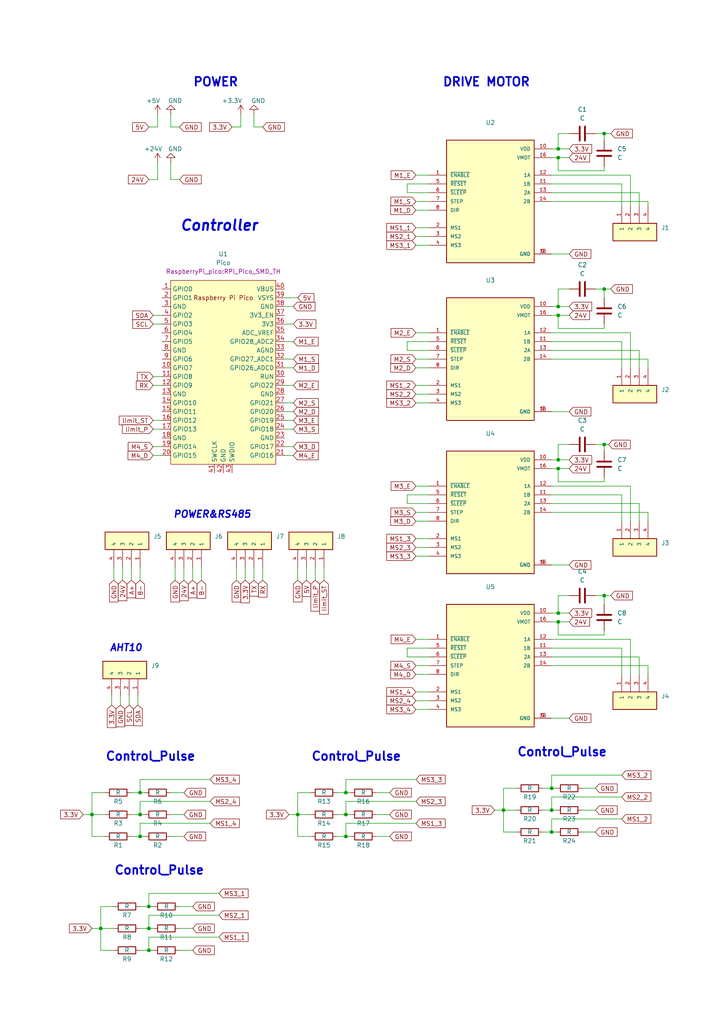
<source format=kicad_sch>
(kicad_sch (version 20211123) (generator eeschema)
  (paper "A4" portrait)
  (lib_symbols
    (symbol "4pin:B4B-XH-A(LF)(SN)" (pin_names (offset 1.016))
      (property "Reference" "J" (at -2.54 8.128 0))
      (property "Value" "B4B-XH-A(LF)(SN)" (at -2.54 -7.62 0))
      (symbol "B4B-XH-A(LF)(SN)_0_0"
        (rectangle (start -2.54 -5.08) (end 2.54 7.62) (stroke (width 0.254)) (fill (type background)))
        (pin passive line (at 7.62 5.08 180) (length 5.08) (name "1") (number "1"))
        (pin passive line (at 7.62 2.54 180) (length 5.08) (name "2") (number "2"))
        (pin passive line (at 7.62 0 180) (length 5.08) (name "3") (number "3"))
        (pin passive line (at 7.62 -2.54 180) (length 5.08) (name "4") (number "4"))
      )
    )
    (symbol "A4988_STEPPER_MOTOR:A4988_STEPPER_MOTOR_DRIVER_CARRIER" (pin_names (offset 1.016))
      (property "Reference" "U" (at -12.7 19.05 0))
      (property "Value" "A4988_STEPPER_MOTOR_DRIVER_CARRIER" (at -12.7 -21.59 0))
      (symbol "A4988_STEPPER_MOTOR_DRIVER_CARRIER_0_0"
        (rectangle (start -12.7 -17.78) (end 12.7 17.78) (stroke (width 0.254)) (fill (type background)))
        (pin input line (at -17.78 7.62 0) (length 5.08) (name "~{ENABLE}") (number "1"))
        (pin power_in line (at 17.78 15.24 180) (length 5.08) (name "VDD") (number "10"))
        (pin output line (at 17.78 5.08 180) (length 5.08) (name "1B") (number "11"))
        (pin output line (at 17.78 7.62 180) (length 5.08) (name "1A") (number "12"))
        (pin output line (at 17.78 2.54 180) (length 5.08) (name "2A") (number "13"))
        (pin output line (at 17.78 0 180) (length 5.08) (name "2B") (number "14"))
        (pin power_in line (at 17.78 -15.24 180) (length 5.08) (name "GND") (number "15"))
        (pin power_in line (at 17.78 12.7 180) (length 5.08) (name "VMOT") (number "16"))
        (pin input line (at -17.78 -7.62 0) (length 5.08) (name "MS1") (number "2"))
        (pin input line (at -17.78 -10.16 0) (length 5.08) (name "MS2") (number "3"))
        (pin input line (at -17.78 -12.7 0) (length 5.08) (name "MS3") (number "4"))
        (pin input line (at -17.78 5.08 0) (length 5.08) (name "~{RESET}") (number "5"))
        (pin input line (at -17.78 2.54 0) (length 5.08) (name "~{SLEEP}") (number "6"))
        (pin input line (at -17.78 0 0) (length 5.08) (name "STEP") (number "7"))
        (pin input line (at -17.78 -2.54 0) (length 5.08) (name "DIR") (number "8"))
        (pin power_in line (at 17.78 -15.24 180) (length 5.08) (name "GND") (number "9"))
      )
    )
    (symbol "Device:C" (pin_numbers hide) (pin_names (offset 0.254))
      (property "Reference" "C" (at 0.635 2.54 0))
      (property "Value" "C" (at 0.635 -2.54 0))
      (symbol "C_0_1"
        (polyline (pts (xy -2.032 -0.762) (xy 2.032 -0.762)) (stroke (width 0.508)))
        (polyline (pts (xy -2.032 0.762) (xy 2.032 0.762)) (stroke (width 0.508)))
      )
      (symbol "C_1_1"
        (pin passive line (at 0 3.81 270) (length 2.794) (name "~") (number "1"))
        (pin passive line (at 0 -3.81 90) (length 2.794) (name "~") (number "2"))
      )
    )
    (symbol "Device:R" (pin_numbers hide) (pin_names (offset 0))
      (property "Reference" "R" (at 2.032 0 90))
      (property "Value" "R" (at 0 0 90))
      (symbol "R_0_1"
        (rectangle (start -1.016 -2.54) (end 1.016 2.54) (stroke (width 0.254)))
      )
      (symbol "R_1_1"
        (pin passive line (at 0 3.81 270) (length 1.27) (name "~") (number "1"))
        (pin passive line (at 0 -3.81 90) (length 1.27) (name "~") (number "2"))
      )
    )
    (symbol "RaspberryPi_pico:Pico"
      (property "Reference" "U" (at -13.97 27.94 0))
      (property "Value" "Pico" (at 0 19.05 0))
      (property "Footprint" "RaspberryPi_pico:RPi_Pico_SMD_TH" (at 0 0 90))
      (symbol "Pico_0_0"
        (text "Raspberry Pi Pico" (at 0 21.59 0) (effects (font (size 1.27 1.27))))
      )
      (symbol "Pico_0_1"
        (rectangle (start -15.24 26.67) (end 15.24 -26.67) (fill (type background)))
      )
      (symbol "Pico_1_1"
        (pin bidirectional line (at -17.78 24.13 0) (length 2.54) (name "GPIO0") (number "1"))
        (pin bidirectional line (at -17.78 1.27 0) (length 2.54) (name "GPIO7") (number "10"))
        (pin bidirectional line (at -17.78 -1.27 0) (length 2.54) (name "GPIO8") (number "11"))
        (pin bidirectional line (at -17.78 -3.81 0) (length 2.54) (name "GPIO9") (number "12"))
        (pin power_in line (at -17.78 -6.35 0) (length 2.54) (name "GND") (number "13"))
        (pin bidirectional line (at -17.78 -8.89 0) (length 2.54) (name "GPIO10") (number "14"))
        (pin bidirectional line (at -17.78 -11.43 0) (length 2.54) (name "GPIO11") (number "15"))
        (pin bidirectional line (at -17.78 -13.97 0) (length 2.54) (name "GPIO12") (number "16"))
        (pin bidirectional line (at -17.78 -16.51 0) (length 2.54) (name "GPIO13") (number "17"))
        (pin power_in line (at -17.78 -19.05 0) (length 2.54) (name "GND") (number "18"))
        (pin bidirectional line (at -17.78 -21.59 0) (length 2.54) (name "GPIO14") (number "19"))
        (pin bidirectional line (at -17.78 21.59 0) (length 2.54) (name "GPIO1") (number "2"))
        (pin bidirectional line (at -17.78 -24.13 0) (length 2.54) (name "GPIO15") (number "20"))
        (pin bidirectional line (at 17.78 -24.13 180) (length 2.54) (name "GPIO16") (number "21"))
        (pin bidirectional line (at 17.78 -21.59 180) (length 2.54) (name "GPIO17") (number "22"))
        (pin power_in line (at 17.78 -19.05 180) (length 2.54) (name "GND") (number "23"))
        (pin bidirectional line (at 17.78 -16.51 180) (length 2.54) (name "GPIO18") (number "24"))
        (pin bidirectional line (at 17.78 -13.97 180) (length 2.54) (name "GPIO19") (number "25"))
        (pin bidirectional line (at 17.78 -11.43 180) (length 2.54) (name "GPIO20") (number "26"))
        (pin bidirectional line (at 17.78 -8.89 180) (length 2.54) (name "GPIO21") (number "27"))
        (pin power_in line (at 17.78 -6.35 180) (length 2.54) (name "GND") (number "28"))
        (pin bidirectional line (at 17.78 -3.81 180) (length 2.54) (name "GPIO22") (number "29"))
        (pin power_in line (at -17.78 19.05 0) (length 2.54) (name "GND") (number "3"))
        (pin input line (at 17.78 -1.27 180) (length 2.54) (name "RUN") (number "30"))
        (pin bidirectional line (at 17.78 1.27 180) (length 2.54) (name "GPIO26_ADC0") (number "31"))
        (pin bidirectional line (at 17.78 3.81 180) (length 2.54) (name "GPIO27_ADC1") (number "32"))
        (pin power_in line (at 17.78 6.35 180) (length 2.54) (name "AGND") (number "33"))
        (pin bidirectional line (at 17.78 8.89 180) (length 2.54) (name "GPIO28_ADC2") (number "34"))
        (pin power_in line (at 17.78 11.43 180) (length 2.54) (name "ADC_VREF") (number "35"))
        (pin power_in line (at 17.78 13.97 180) (length 2.54) (name "3V3") (number "36"))
        (pin input line (at 17.78 16.51 180) (length 2.54) (name "3V3_EN") (number "37"))
        (pin bidirectional line (at 17.78 19.05 180) (length 2.54) (name "GND") (number "38"))
        (pin power_in line (at 17.78 21.59 180) (length 2.54) (name "VSYS") (number "39"))
        (pin bidirectional line (at -17.78 16.51 0) (length 2.54) (name "GPIO2") (number "4"))
        (pin power_in line (at 17.78 24.13 180) (length 2.54) (name "VBUS") (number "40"))
        (pin input line (at -2.54 -29.21 90) (length 2.54) (name "SWCLK") (number "41"))
        (pin power_in line (at 0 -29.21 90) (length 2.54) (name "GND") (number "42"))
        (pin bidirectional line (at 2.54 -29.21 90) (length 2.54) (name "SWDIO") (number "43"))
        (pin bidirectional line (at -17.78 13.97 0) (length 2.54) (name "GPIO3") (number "5"))
        (pin bidirectional line (at -17.78 11.43 0) (length 2.54) (name "GPIO4") (number "6"))
        (pin bidirectional line (at -17.78 8.89 0) (length 2.54) (name "GPIO5") (number "7"))
        (pin power_in line (at -17.78 6.35 0) (length 2.54) (name "GND") (number "8"))
        (pin bidirectional line (at -17.78 3.81 0) (length 2.54) (name "GPIO6") (number "9"))
      )
    )
    (symbol "power:+24V" (power) (pin_names (offset 0))
      (property "Value" "+24V" (at 0 3.556 0))
      (symbol "+24V_0_1"
        (polyline (pts (xy -0.762 1.27) (xy 0 2.54)))
        (polyline (pts (xy 0 0) (xy 0 2.54)))
        (polyline (pts (xy 0 2.54) (xy 0.762 1.27)))
      )
      (symbol "+24V_1_1"
        (pin power_in line (at 0 0 90) (length 0) hide (name "+24V") (number "1"))
      )
    )
    (symbol "power:+3.3V" (power) (pin_names (offset 0))
      (property "Value" "+3.3V" (at 0 3.556 0))
      (symbol "+3.3V_0_1"
        (polyline (pts (xy -0.762 1.27) (xy 0 2.54)))
        (polyline (pts (xy 0 0) (xy 0 2.54)))
        (polyline (pts (xy 0 2.54) (xy 0.762 1.27)))
      )
      (symbol "+3.3V_1_1"
        (pin power_in line (at 0 0 90) (length 0) hide (name "+3.3V") (number "1"))
      )
    )
    (symbol "power:+5V" (power) (pin_names (offset 0))
      (property "Value" "+5V" (at 0 3.556 0))
      (symbol "+5V_0_1"
        (polyline (pts (xy -0.762 1.27) (xy 0 2.54)))
        (polyline (pts (xy 0 0) (xy 0 2.54)))
        (polyline (pts (xy 0 2.54) (xy 0.762 1.27)))
      )
      (symbol "+5V_1_1"
        (pin power_in line (at 0 0 90) (length 0) hide (name "+5V") (number "1"))
      )
    )
    (symbol "power:GND" (power) (pin_names (offset 0))
      (property "Value" "GND" (at 0 -3.81 0))
      (symbol "GND_0_1"
        (polyline (pts (xy 0 0) (xy 0 -1.27) (xy 1.27 -1.27) (xy 0 -2.54) (xy -1.27 -1.27) (xy 0 -1.27)))
      )
      (symbol "GND_1_1"
        (pin power_in line (at 0 0 270) (length 0) hide (name "GND") (number "1"))
      )
    )
  )
  (junction (at 161.925 135.89))
  (junction (at 160.02 241.3))
  (junction (at 100.33 242.57))
  (junction (at 40.64 236.22))
  (junction (at 161.925 91.44))
  (junction (at 175.26 172.72))
  (junction (at 43.18 275.59))
  (junction (at 100.33 229.87))
  (junction (at 100.33 236.22))
  (junction (at 161.925 177.8))
  (junction (at 161.925 133.35))
  (junction (at 146.05 234.95))
  (junction (at 29.21 269.24))
  (junction (at 86.36 236.22))
  (junction (at 175.26 83.82))
  (junction (at 40.64 242.57))
  (junction (at 43.18 262.89))
  (junction (at 160.02 234.95))
  (junction (at 161.925 88.9))
  (junction (at 160.02 228.6))
  (junction (at 43.18 269.24))
  (junction (at 175.26 38.735))
  (junction (at 175.26 128.905))
  (junction (at 161.925 180.34))
  (junction (at 26.67 236.22))
  (junction (at 161.925 45.72))
  (junction (at 40.64 229.87))
  (junction (at 161.925 43.18))
  (wire (pts (xy 157.48 234.95) (xy 160.02 234.95)))
  (wire (pts (xy 143.51 234.95) (xy 146.05 234.95)))
  (wire (pts (xy 43.18 271.78) (xy 43.18 275.59)))
  (wire (pts (xy 97.79 236.22) (xy 100.33 236.22)))
  (wire (pts (xy 185.42 146.05) (xy 160.02 146.05)))
  (wire (pts (xy 160.02 241.3) (xy 161.29 241.3)))
  (wire (pts (xy 29.21 275.59) (xy 33.02 275.59)))
  (wire (pts (xy 120.65 111.76) (xy 124.46 111.76)))
  (wire (pts (xy 118.11 101.6) (xy 124.46 101.6)))
  (wire (pts (xy 120.65 114.3) (xy 124.46 114.3)))
  (wire (pts (xy 118.11 146.05) (xy 124.46 146.05)))
  (wire (pts (xy 120.65 66.04) (xy 124.46 66.04)))
  (wire (pts (xy 160.02 187.96) (xy 180.34 187.96)))
  (wire (pts (xy 180.34 224.79) (xy 160.02 224.79)))
  (wire (pts (xy 161.925 88.9) (xy 165.1 88.9)))
  (wire (pts (xy 120.65 106.68) (xy 124.46 106.68)))
  (wire (pts (xy 180.34 187.96) (xy 180.34 195.58)))
  (wire (pts (xy 82.55 93.98) (xy 85.09 93.98)))
  (wire (pts (xy 82.55 99.06) (xy 85.09 99.06)))
  (wire (pts (xy 63.5 271.78) (xy 43.18 271.78)))
  (wire (pts (xy 175.26 172.72) (xy 175.26 175.26)))
  (wire (pts (xy 160.02 91.44) (xy 161.925 91.44)))
  (wire (pts (xy 175.26 184.15) (xy 175.26 182.88)))
  (wire (pts (xy 37.465 201.93) (xy 37.465 204.47)))
  (wire (pts (xy 120.65 205.74) (xy 124.46 205.74)))
  (wire (pts (xy 38.1 164.465) (xy 38.1 168.275)))
  (wire (pts (xy 40.64 242.57) (xy 41.91 242.57)))
  (wire (pts (xy 175.26 38.735) (xy 175.26 40.64)))
  (wire (pts (xy 120.65 200.66) (xy 124.46 200.66)))
  (wire (pts (xy 118.11 99.06) (xy 118.11 101.6)))
  (wire (pts (xy 97.79 229.87) (xy 100.33 229.87)))
  (wire (pts (xy 172.72 228.6) (xy 168.91 228.6)))
  (wire (pts (xy 165.1 172.72) (xy 161.925 172.72)))
  (wire (pts (xy 82.55 119.38) (xy 85.09 119.38)))
  (wire (pts (xy 160.02 208.28) (xy 165.1 208.28)))
  (wire (pts (xy 185.42 106.68) (xy 185.42 101.6)))
  (wire (pts (xy 113.03 229.87) (xy 109.22 229.87)))
  (wire (pts (xy 160.02 133.35) (xy 161.925 133.35)))
  (wire (pts (xy 109.22 242.57) (xy 113.03 242.57)))
  (wire (pts (xy 160.02 73.66) (xy 165.1 73.66)))
  (wire (pts (xy 168.91 234.95) (xy 172.72 234.95)))
  (wire (pts (xy 187.96 195.58) (xy 187.96 193.04)))
  (wire (pts (xy 175.26 128.905) (xy 176.53 128.905)))
  (wire (pts (xy 49.53 52.07) (xy 52.07 52.07)))
  (wire (pts (xy 100.33 242.57) (xy 101.6 242.57)))
  (wire (pts (xy 172.72 83.82) (xy 175.26 83.82)))
  (wire (pts (xy 52.07 275.59) (xy 55.88 275.59)))
  (wire (pts (xy 180.34 106.68) (xy 180.34 99.06)))
  (wire (pts (xy 146.05 241.3) (xy 149.86 241.3)))
  (wire (pts (xy 44.45 129.54) (xy 46.99 129.54)))
  (wire (pts (xy 120.65 148.59) (xy 124.46 148.59)))
  (wire (pts (xy 44.45 91.44) (xy 46.99 91.44)))
  (wire (pts (xy 53.34 229.87) (xy 49.53 229.87)))
  (wire (pts (xy 160.02 45.72) (xy 161.925 45.72)))
  (wire (pts (xy 165.1 38.735) (xy 161.925 38.735)))
  (wire (pts (xy 43.18 259.08) (xy 43.18 262.89)))
  (wire (pts (xy 44.45 121.92) (xy 46.99 121.92)))
  (wire (pts (xy 83.82 236.22) (xy 86.36 236.22)))
  (wire (pts (xy 175.26 38.735) (xy 177.165 38.735)))
  (wire (pts (xy 60.96 232.41) (xy 40.64 232.41)))
  (wire (pts (xy 160.02 104.14) (xy 187.96 104.14)))
  (wire (pts (xy 40.64 275.59) (xy 43.18 275.59)))
  (wire (pts (xy 100.33 226.06) (xy 100.33 229.87)))
  (wire (pts (xy 44.45 111.76) (xy 46.99 111.76)))
  (wire (pts (xy 73.66 36.83) (xy 76.2 36.83)))
  (wire (pts (xy 40.64 229.87) (xy 41.91 229.87)))
  (wire (pts (xy 160.02 180.34) (xy 161.925 180.34)))
  (wire (pts (xy 120.65 96.52) (xy 124.46 96.52)))
  (wire (pts (xy 160.02 234.95) (xy 161.29 234.95)))
  (wire (pts (xy 120.65 232.41) (xy 100.33 232.41)))
  (wire (pts (xy 30.48 229.87) (xy 26.67 229.87)))
  (wire (pts (xy 49.53 33.02) (xy 49.53 36.83)))
  (wire (pts (xy 161.925 38.735) (xy 161.925 43.18)))
  (wire (pts (xy 120.65 226.06) (xy 100.33 226.06)))
  (wire (pts (xy 100.33 232.41) (xy 100.33 236.22)))
  (wire (pts (xy 120.65 50.8) (xy 124.46 50.8)))
  (wire (pts (xy 60.96 238.76) (xy 40.64 238.76)))
  (wire (pts (xy 124.46 143.51) (xy 118.11 143.51)))
  (wire (pts (xy 180.34 143.51) (xy 180.34 151.13)))
  (wire (pts (xy 182.88 185.42) (xy 160.02 185.42)))
  (wire (pts (xy 53.34 164.465) (xy 53.34 168.275)))
  (wire (pts (xy 45.72 33.02) (xy 45.72 36.83)))
  (wire (pts (xy 161.925 139.7) (xy 175.26 139.7)))
  (wire (pts (xy 175.26 83.82) (xy 175.26 86.36)))
  (wire (pts (xy 43.18 269.24) (xy 44.45 269.24)))
  (wire (pts (xy 161.925 91.44) (xy 161.925 95.25)))
  (wire (pts (xy 185.42 195.58) (xy 185.42 190.5)))
  (wire (pts (xy 45.72 36.83) (xy 43.18 36.83)))
  (wire (pts (xy 120.65 151.13) (xy 124.46 151.13)))
  (wire (pts (xy 161.925 49.53) (xy 175.26 49.53)))
  (wire (pts (xy 161.925 133.35) (xy 165.1 133.35)))
  (wire (pts (xy 175.26 49.53) (xy 175.26 48.26)))
  (wire (pts (xy 69.85 36.83) (xy 67.31 36.83)))
  (wire (pts (xy 63.5 259.08) (xy 43.18 259.08)))
  (wire (pts (xy 187.96 58.42) (xy 187.96 59.69)))
  (wire (pts (xy 161.925 180.34) (xy 165.1 180.34)))
  (wire (pts (xy 160.02 177.8) (xy 161.925 177.8)))
  (wire (pts (xy 45.72 46.99) (xy 45.72 52.07)))
  (wire (pts (xy 161.925 135.89) (xy 165.1 135.89)))
  (wire (pts (xy 180.34 99.06) (xy 160.02 99.06)))
  (wire (pts (xy 86.36 242.57) (xy 90.17 242.57)))
  (wire (pts (xy 55.88 262.89) (xy 52.07 262.89)))
  (wire (pts (xy 35.56 164.465) (xy 35.56 168.275)))
  (wire (pts (xy 118.11 190.5) (xy 118.11 187.96)))
  (wire (pts (xy 34.925 201.93) (xy 34.925 204.47)))
  (wire (pts (xy 90.17 229.87) (xy 86.36 229.87)))
  (wire (pts (xy 32.385 201.93) (xy 32.385 204.47)))
  (wire (pts (xy 185.42 55.88) (xy 185.42 59.69)))
  (wire (pts (xy 50.8 164.465) (xy 50.8 168.275)))
  (wire (pts (xy 161.925 91.44) (xy 165.1 91.44)))
  (wire (pts (xy 120.65 195.58) (xy 124.46 195.58)))
  (wire (pts (xy 76.2 164.465) (xy 76.2 168.275)))
  (wire (pts (xy 26.67 269.24) (xy 29.21 269.24)))
  (wire (pts (xy 161.925 95.25) (xy 175.26 95.25)))
  (wire (pts (xy 91.44 164.465) (xy 91.44 168.275)))
  (wire (pts (xy 172.72 38.735) (xy 175.26 38.735)))
  (wire (pts (xy 175.26 139.7) (xy 175.26 138.43)))
  (wire (pts (xy 69.85 33.02) (xy 69.85 36.83)))
  (wire (pts (xy 175.26 172.72) (xy 177.165 172.72)))
  (wire (pts (xy 118.11 143.51) (xy 118.11 146.05)))
  (wire (pts (xy 82.55 129.54) (xy 85.09 129.54)))
  (wire (pts (xy 120.65 71.12) (xy 124.46 71.12)))
  (wire (pts (xy 82.55 121.92) (xy 85.09 121.92)))
  (wire (pts (xy 100.33 229.87) (xy 101.6 229.87)))
  (wire (pts (xy 120.65 60.96) (xy 124.46 60.96)))
  (wire (pts (xy 120.65 116.84) (xy 124.46 116.84)))
  (wire (pts (xy 120.65 185.42) (xy 124.46 185.42)))
  (wire (pts (xy 97.79 242.57) (xy 100.33 242.57)))
  (wire (pts (xy 175.26 95.25) (xy 175.26 93.98)))
  (wire (pts (xy 160.02 50.8) (xy 182.88 50.8)))
  (wire (pts (xy 160.02 143.51) (xy 180.34 143.51)))
  (wire (pts (xy 43.18 275.59) (xy 44.45 275.59)))
  (wire (pts (xy 180.34 231.14) (xy 160.02 231.14)))
  (wire (pts (xy 26.67 229.87) (xy 26.67 236.22)))
  (wire (pts (xy 187.96 193.04) (xy 160.02 193.04)))
  (wire (pts (xy 157.48 241.3) (xy 160.02 241.3)))
  (wire (pts (xy 63.5 265.43) (xy 43.18 265.43)))
  (wire (pts (xy 44.45 93.98) (xy 46.99 93.98)))
  (wire (pts (xy 118.11 187.96) (xy 124.46 187.96)))
  (wire (pts (xy 86.36 236.22) (xy 90.17 236.22)))
  (wire (pts (xy 161.925 180.34) (xy 161.925 184.15)))
  (wire (pts (xy 73.66 33.02) (xy 73.66 36.83)))
  (wire (pts (xy 82.55 132.08) (xy 85.09 132.08)))
  (wire (pts (xy 182.88 140.97) (xy 182.88 151.13)))
  (wire (pts (xy 120.65 104.14) (xy 124.46 104.14)))
  (wire (pts (xy 182.88 140.97) (xy 160.02 140.97)))
  (wire (pts (xy 161.925 43.18) (xy 165.1 43.18)))
  (wire (pts (xy 160.02 237.49) (xy 160.02 241.3)))
  (wire (pts (xy 100.33 238.76) (xy 100.33 242.57)))
  (wire (pts (xy 160.02 58.42) (xy 187.96 58.42)))
  (wire (pts (xy 49.53 46.99) (xy 49.53 52.07)))
  (wire (pts (xy 86.36 164.465) (xy 86.36 168.275)))
  (wire (pts (xy 120.65 161.29) (xy 124.46 161.29)))
  (wire (pts (xy 82.55 86.36) (xy 86.36 86.36)))
  (wire (pts (xy 40.005 201.93) (xy 40.005 204.47)))
  (wire (pts (xy 40.64 232.41) (xy 40.64 236.22)))
  (wire (pts (xy 161.925 184.15) (xy 175.26 184.15)))
  (wire (pts (xy 73.66 164.465) (xy 73.66 168.275)))
  (wire (pts (xy 82.55 124.46) (xy 85.09 124.46)))
  (wire (pts (xy 160.02 224.79) (xy 160.02 228.6)))
  (wire (pts (xy 124.46 190.5) (xy 118.11 190.5)))
  (wire (pts (xy 161.925 135.89) (xy 161.925 139.7)))
  (wire (pts (xy 187.96 104.14) (xy 187.96 106.68)))
  (wire (pts (xy 118.11 53.34) (xy 124.46 53.34)))
  (wire (pts (xy 120.65 68.58) (xy 124.46 68.58)))
  (wire (pts (xy 160.02 55.88) (xy 185.42 55.88)))
  (wire (pts (xy 146.05 234.95) (xy 149.86 234.95)))
  (wire (pts (xy 33.02 164.465) (xy 33.02 168.275)))
  (wire (pts (xy 182.88 195.58) (xy 182.88 185.42)))
  (wire (pts (xy 157.48 228.6) (xy 160.02 228.6)))
  (wire (pts (xy 120.65 158.75) (xy 124.46 158.75)))
  (wire (pts (xy 26.67 242.57) (xy 30.48 242.57)))
  (wire (pts (xy 86.36 229.87) (xy 86.36 236.22)))
  (wire (pts (xy 160.02 135.89) (xy 161.925 135.89)))
  (wire (pts (xy 44.45 124.46) (xy 46.99 124.46)))
  (wire (pts (xy 180.34 53.34) (xy 180.34 59.69)))
  (wire (pts (xy 168.91 241.3) (xy 172.72 241.3)))
  (wire (pts (xy 160.02 228.6) (xy 161.29 228.6)))
  (wire (pts (xy 88.9 164.465) (xy 88.9 168.275)))
  (wire (pts (xy 160.02 148.59) (xy 187.96 148.59)))
  (wire (pts (xy 86.36 236.22) (xy 86.36 242.57)))
  (wire (pts (xy 160.02 43.18) (xy 161.925 43.18)))
  (wire (pts (xy 40.64 238.76) (xy 40.64 242.57)))
  (wire (pts (xy 160.02 88.9) (xy 161.925 88.9)))
  (wire (pts (xy 43.18 265.43) (xy 43.18 269.24)))
  (wire (pts (xy 82.55 116.84) (xy 85.09 116.84)))
  (wire (pts (xy 124.46 55.88) (xy 118.11 55.88)))
  (wire (pts (xy 40.64 236.22) (xy 41.91 236.22)))
  (wire (pts (xy 182.88 96.52) (xy 182.88 106.68)))
  (wire (pts (xy 120.65 58.42) (xy 124.46 58.42)))
  (wire (pts (xy 71.12 168.275) (xy 71.12 164.465)))
  (wire (pts (xy 29.21 269.24) (xy 33.02 269.24)))
  (wire (pts (xy 120.65 238.76) (xy 100.33 238.76)))
  (wire (pts (xy 182.88 50.8) (xy 182.88 59.69)))
  (wire (pts (xy 175.26 128.905) (xy 175.26 130.81)))
  (wire (pts (xy 160.02 231.14) (xy 160.02 234.95)))
  (wire (pts (xy 43.18 262.89) (xy 44.45 262.89)))
  (wire (pts (xy 161.925 177.8) (xy 165.1 177.8)))
  (wire (pts (xy 29.21 269.24) (xy 29.21 275.59)))
  (wire (pts (xy 40.64 269.24) (xy 43.18 269.24)))
  (wire (pts (xy 172.72 172.72) (xy 175.26 172.72)))
  (wire (pts (xy 93.98 164.465) (xy 93.98 168.275)))
  (wire (pts (xy 44.45 109.22) (xy 46.99 109.22)))
  (wire (pts (xy 82.55 111.76) (xy 85.09 111.76)))
  (wire (pts (xy 26.67 236.22) (xy 26.67 242.57)))
  (wire (pts (xy 160.02 119.38) (xy 165.1 119.38)))
  (wire (pts (xy 82.55 88.9) (xy 85.09 88.9)))
  (wire (pts (xy 120.65 193.04) (xy 124.46 193.04)))
  (wire (pts (xy 40.64 164.465) (xy 40.64 168.275)))
  (wire (pts (xy 109.22 236.22) (xy 113.03 236.22)))
  (wire (pts (xy 82.55 104.14) (xy 85.09 104.14)))
  (wire (pts (xy 120.65 140.97) (xy 124.46 140.97)))
  (wire (pts (xy 45.72 52.07) (xy 43.18 52.07)))
  (wire (pts (xy 149.86 228.6) (xy 146.05 228.6)))
  (wire (pts (xy 49.53 242.57) (xy 53.34 242.57)))
  (wire (pts (xy 26.67 236.22) (xy 30.48 236.22)))
  (wire (pts (xy 40.64 226.06) (xy 40.64 229.87)))
  (wire (pts (xy 120.65 156.21) (xy 124.46 156.21)))
  (wire (pts (xy 146.05 228.6) (xy 146.05 234.95)))
  (wire (pts (xy 52.07 269.24) (xy 55.88 269.24)))
  (wire (pts (xy 161.925 128.905) (xy 161.925 133.35)))
  (wire (pts (xy 161.925 45.72) (xy 165.1 45.72)))
  (wire (pts (xy 68.58 164.465) (xy 68.58 168.275)))
  (wire (pts (xy 58.42 164.465) (xy 58.42 168.275)))
  (wire (pts (xy 60.96 226.06) (xy 40.64 226.06)))
  (wire (pts (xy 160.02 163.83) (xy 165.1 163.83)))
  (wire (pts (xy 165.1 128.905) (xy 161.925 128.905)))
  (wire (pts (xy 24.13 236.22) (xy 26.67 236.22)))
  (wire (pts (xy 55.88 164.465) (xy 55.88 168.275)))
  (wire (pts (xy 38.1 242.57) (xy 40.64 242.57)))
  (wire (pts (xy 185.42 151.13) (xy 185.42 146.05)))
  (wire (pts (xy 118.11 55.88) (xy 118.11 53.34)))
  (wire (pts (xy 161.925 172.72) (xy 161.925 177.8)))
  (wire (pts (xy 82.55 106.68) (xy 85.09 106.68)))
  (wire (pts (xy 124.46 99.06) (xy 118.11 99.06)))
  (wire (pts (xy 161.925 83.82) (xy 161.925 88.9)))
  (wire (pts (xy 33.02 262.89) (xy 29.21 262.89)))
  (wire (pts (xy 40.64 262.89) (xy 43.18 262.89)))
  (wire (pts (xy 161.925 45.72) (xy 161.925 49.53)))
  (wire (pts (xy 160.02 96.52) (xy 182.88 96.52)))
  (wire (pts (xy 160.02 53.34) (xy 180.34 53.34)))
  (wire (pts (xy 146.05 234.95) (xy 146.05 241.3)))
  (wire (pts (xy 185.42 101.6) (xy 160.02 101.6)))
  (wire (pts (xy 100.33 236.22) (xy 101.6 236.22)))
  (wire (pts (xy 38.1 236.22) (xy 40.64 236.22)))
  (wire (pts (xy 38.1 229.87) (xy 40.64 229.87)))
  (wire (pts (xy 29.21 262.89) (xy 29.21 269.24)))
  (wire (pts (xy 49.53 236.22) (xy 53.34 236.22)))
  (wire (pts (xy 120.65 203.2) (xy 124.46 203.2)))
  (wire (pts (xy 44.45 132.08) (xy 46.99 132.08)))
  (wire (pts (xy 172.72 128.905) (xy 175.26 128.905)))
  (wire (pts (xy 49.53 36.83) (xy 52.07 36.83)))
  (wire (pts (xy 187.96 148.59) (xy 187.96 151.13)))
  (wire (pts (xy 175.26 83.82) (xy 177.165 83.82)))
  (wire (pts (xy 185.42 190.5) (xy 160.02 190.5)))
  (wire (pts (xy 165.1 83.82) (xy 161.925 83.82)))
  (wire (pts (xy 180.34 237.49) (xy 160.02 237.49)))
  (text "POWER&RS485" (at 50.165 150.495 0) (effects (font (size 2 2) (thickness 0.4) bold italic) (justify left bottom)))
  (text "Controller" (at 52.07 67.31 0) (effects (font (size 3 3) bold italic) (justify left bottom)))
  (text "AHT10\n\n" (at 31.75 192.405 0) (effects (font (size 2 2) (thickness 0.4) bold italic) (justify left bottom)))
  (text "DRIVE MOTOR" (at 128.27 25.4 0) (effects (font (size 2.5 2.5) (thickness 0.5) bold) (justify left bottom)))
  (text "POWER" (at 55.88 25.4 0) (effects (font (size 2.5 2.5) (thickness 0.5) bold) (justify left bottom)))
  (text "Control_Pulse" (at 30.48 220.98 0) (effects (font (size 2.5 2.5) (thickness 0.5) bold) (justify left bottom)))
  (text "Control_Pulse" (at 90.17 220.98 0) (effects (font (size 2.5 2.5) (thickness 0.5) bold) (justify left bottom)))
  (text "Control_Pulse" (at 33.02 254 0) (effects (font (size 2.5 2.5) (thickness 0.5) bold) (justify left bottom)))
  (text "Control_Pulse" (at 149.86 219.71 0) (effects (font (size 2.5 2.5) (thickness 0.5) bold) (justify left bottom)))
  (global_label "MS1_3" (shape input) (at 120.65 156.21 180) (property "Intersheet References" "${INTERSHEET_REFS}" (effects hide)))
  (global_label "MS1_2" (shape input) (at 180.34 237.49 0) (property "Intersheet References" "${INTERSHEET_REFS}" (effects hide)))
  (global_label "M2_E" (shape input) (at 120.65 96.52 180) (property "Intersheet References" "${INTERSHEET_REFS}" (effects hide)))
  (global_label "M3_S" (shape input) (at 120.65 148.59 180) (property "Intersheet References" "${INTERSHEET_REFS}" (effects hide)))
  (global_label "RX" (shape input) (at 44.45 111.76 180) (property "Intersheet References" "${INTERSHEET_REFS}" (effects hide)))
  (global_label "MS3_3" (shape input) (at 120.65 161.29 180) (property "Intersheet References" "${INTERSHEET_REFS}" (effects hide)))
  (global_label "M2_D" (shape input) (at 85.09 119.38 0) (property "Intersheet References" "${INTERSHEET_REFS}" (effects hide)))
  (global_label "A+" (shape input) (at 55.88 168.275 270) (property "Intersheet References" "${INTERSHEET_REFS}" (effects hide)))
  (global_label "MS1_4" (shape input) (at 60.96 238.76 0) (property "Intersheet References" "${INTERSHEET_REFS}" (effects hide)))
  (global_label "GND" (shape input) (at 172.72 241.3 0) (property "Intersheet References" "${INTERSHEET_REFS}" (effects hide)))
  (global_label "limit_ST" (shape input) (at 44.45 121.92 180) (property "Intersheet References" "${INTERSHEET_REFS}" (effects hide)))
  (global_label "MS3_1" (shape input) (at 63.5 259.08 0) (property "Intersheet References" "${INTERSHEET_REFS}" (effects hide)))
  (global_label "MS3_4" (shape input) (at 60.96 226.06 0) (property "Intersheet References" "${INTERSHEET_REFS}" (effects hide)))
  (global_label "MS2_2" (shape input) (at 120.65 114.3 180) (property "Intersheet References" "${INTERSHEET_REFS}" (effects hide)))
  (global_label "MS3_1" (shape input) (at 120.65 71.12 180) (property "Intersheet References" "${INTERSHEET_REFS}" (effects hide)))
  (global_label "MS2_3" (shape input) (at 120.65 158.75 180) (property "Intersheet References" "${INTERSHEET_REFS}" (effects hide)))
  (global_label "GND" (shape input) (at 177.165 172.72 0) (property "Intersheet References" "${INTERSHEET_REFS}" (effects hide)))
  (global_label "GND" (shape input) (at 113.03 236.22 0) (property "Intersheet References" "${INTERSHEET_REFS}" (effects hide)))
  (global_label "M3_S" (shape input) (at 85.09 124.46 0) (property "Intersheet References" "${INTERSHEET_REFS}" (effects hide)))
  (global_label "5V" (shape input) (at 86.36 86.36 0) (property "Intersheet References" "${INTERSHEET_REFS}" (effects hide)))
  (global_label "GND" (shape input) (at 50.8 168.275 270) (property "Intersheet References" "${INTERSHEET_REFS}" (effects hide)))
  (global_label "3.3V" (shape input) (at 85.09 93.98 0) (property "Intersheet References" "${INTERSHEET_REFS}" (effects hide)))
  (global_label "MS1_3" (shape input) (at 120.65 238.76 0) (property "Intersheet References" "${INTERSHEET_REFS}" (effects hide)))
  (global_label "B-" (shape input) (at 58.42 168.275 270) (property "Intersheet References" "${INTERSHEET_REFS}" (effects hide)))
  (global_label "M2_E" (shape input) (at 85.09 111.76 0) (property "Intersheet References" "${INTERSHEET_REFS}" (effects hide)))
  (global_label "3.3V" (shape input) (at 32.385 204.47 270) (property "Intersheet References" "${INTERSHEET_REFS}" (effects hide)))
  (global_label "MS2_1" (shape input) (at 63.5 265.43 0) (property "Intersheet References" "${INTERSHEET_REFS}" (effects hide)))
  (global_label "GND" (shape input) (at 172.72 234.95 0) (property "Intersheet References" "${INTERSHEET_REFS}" (effects hide)))
  (global_label "MS2_2" (shape input) (at 180.34 231.14 0) (property "Intersheet References" "${INTERSHEET_REFS}" (effects hide)))
  (global_label "M3_E" (shape input) (at 120.65 140.97 180) (property "Intersheet References" "${INTERSHEET_REFS}" (effects hide)))
  (global_label "3.3V" (shape input) (at 165.1 43.18 0) (property "Intersheet References" "${INTERSHEET_REFS}" (effects hide)))
  (global_label "24V" (shape input) (at 43.18 52.07 180) (property "Intersheet References" "${INTERSHEET_REFS}" (effects hide)))
  (global_label "GND" (shape input) (at 55.88 275.59 0) (property "Intersheet References" "${INTERSHEET_REFS}" (effects hide)))
  (global_label "GND" (shape input) (at 52.07 52.07 0) (property "Intersheet References" "${INTERSHEET_REFS}" (effects hide)))
  (global_label "GND" (shape input) (at 176.53 128.905 0) (property "Intersheet References" "${INTERSHEET_REFS}" (effects hide)))
  (global_label "24V" (shape input) (at 165.1 135.89 0) (property "Intersheet References" "${INTERSHEET_REFS}" (effects hide)))
  (global_label "M3_D" (shape input) (at 85.09 129.54 0) (property "Intersheet References" "${INTERSHEET_REFS}" (effects hide)))
  (global_label "MS3_3" (shape input) (at 120.65 226.06 0) (property "Intersheet References" "${INTERSHEET_REFS}" (effects hide)))
  (global_label "MS3_2" (shape input) (at 120.65 116.84 180) (property "Intersheet References" "${INTERSHEET_REFS}" (effects hide)))
  (global_label "GND" (shape input) (at 165.1 119.38 0) (property "Intersheet References" "${INTERSHEET_REFS}" (effects hide)))
  (global_label "GND" (shape input) (at 177.165 83.82 0) (property "Intersheet References" "${INTERSHEET_REFS}" (effects hide)))
  (global_label "24V" (shape input) (at 53.34 168.275 270) (property "Intersheet References" "${INTERSHEET_REFS}" (effects hide)))
  (global_label "GND" (shape input) (at 34.925 204.47 270) (property "Intersheet References" "${INTERSHEET_REFS}" (effects hide)))
  (global_label "3.3V" (shape input) (at 67.31 36.83 180) (property "Intersheet References" "${INTERSHEET_REFS}" (effects hide)))
  (global_label "TX" (shape input) (at 44.45 109.22 180) (property "Intersheet References" "${INTERSHEET_REFS}" (effects hide)))
  (global_label "GND" (shape input) (at 86.36 168.275 270) (property "Intersheet References" "${INTERSHEET_REFS}" (effects hide)))
  (global_label "M3_D" (shape input) (at 120.65 151.13 180) (property "Intersheet References" "${INTERSHEET_REFS}" (effects hide)))
  (global_label "GND" (shape input) (at 68.58 168.275 270) (property "Intersheet References" "${INTERSHEET_REFS}" (effects hide)))
  (global_label "A+" (shape input) (at 38.1 168.275 270) (property "Intersheet References" "${INTERSHEET_REFS}" (effects hide)))
  (global_label "GND" (shape input) (at 52.07 36.83 0) (property "Intersheet References" "${INTERSHEET_REFS}" (effects hide)))
  (global_label "M4_S" (shape input) (at 120.65 193.04 180) (property "Intersheet References" "${INTERSHEET_REFS}" (effects hide)))
  (global_label "MS1_1" (shape input) (at 63.5 271.78 0) (property "Intersheet References" "${INTERSHEET_REFS}" (effects hide)))
  (global_label "limit_P" (shape input) (at 44.45 124.46 180) (property "Intersheet References" "${INTERSHEET_REFS}" (effects hide)))
  (global_label "M3_E" (shape input) (at 85.09 121.92 0) (property "Intersheet References" "${INTERSHEET_REFS}" (effects hide)))
  (global_label "MS2_4" (shape input) (at 60.96 232.41 0) (property "Intersheet References" "${INTERSHEET_REFS}" (effects hide)))
  (global_label "limit_P" (shape input) (at 91.44 168.275 270) (property "Intersheet References" "${INTERSHEET_REFS}" (effects hide)))
  (global_label "M2_S" (shape input) (at 120.65 104.14 180) (property "Intersheet References" "${INTERSHEET_REFS}" (effects hide)))
  (global_label "RX" (shape input) (at 76.2 168.275 270) (property "Intersheet References" "${INTERSHEET_REFS}" (effects hide)))
  (global_label "M1_D" (shape input) (at 120.65 60.96 180) (property "Intersheet References" "${INTERSHEET_REFS}" (effects hide)))
  (global_label "M1_D" (shape input) (at 85.09 106.68 0) (property "Intersheet References" "${INTERSHEET_REFS}" (effects hide)))
  (global_label "GND" (shape input) (at 85.09 88.9 0) (property "Intersheet References" "${INTERSHEET_REFS}" (effects hide)))
  (global_label "SCL" (shape input) (at 44.45 93.98 180) (property "Intersheet References" "${INTERSHEET_REFS}" (effects hide)))
  (global_label "GND" (shape input) (at 53.34 242.57 0) (property "Intersheet References" "${INTERSHEET_REFS}" (effects hide)))
  (global_label "MS2_1" (shape input) (at 120.65 68.58 180) (property "Intersheet References" "${INTERSHEET_REFS}" (effects hide)))
  (global_label "MS3_4" (shape input) (at 120.65 205.74 180) (property "Intersheet References" "${INTERSHEET_REFS}" (effects hide)))
  (global_label "M4_S" (shape input) (at 44.45 129.54 180) (property "Intersheet References" "${INTERSHEET_REFS}" (effects hide)))
  (global_label "3.3V" (shape input) (at 24.13 236.22 180) (property "Intersheet References" "${INTERSHEET_REFS}" (effects hide)))
  (global_label "M4_D" (shape input) (at 44.45 132.08 180) (property "Intersheet References" "${INTERSHEET_REFS}" (effects hide)))
  (global_label "GND" (shape input) (at 113.03 242.57 0) (property "Intersheet References" "${INTERSHEET_REFS}" (effects hide)))
  (global_label "M4_E" (shape input) (at 85.09 132.08 0) (property "Intersheet References" "${INTERSHEET_REFS}" (effects hide)))
  (global_label "3.3V" (shape input) (at 26.67 269.24 180) (property "Intersheet References" "${INTERSHEET_REFS}" (effects hide)))
  (global_label "MS2_4" (shape input) (at 120.65 203.2 180) (property "Intersheet References" "${INTERSHEET_REFS}" (effects hide)))
  (global_label "3.3V" (shape input) (at 83.82 236.22 180) (property "Intersheet References" "${INTERSHEET_REFS}" (effects hide)))
  (global_label "B-" (shape input) (at 40.64 168.275 270) (property "Intersheet References" "${INTERSHEET_REFS}" (effects hide)))
  (global_label "M1_E" (shape input) (at 120.65 50.8 180) (property "Intersheet References" "${INTERSHEET_REFS}" (effects hide)))
  (global_label "limit_ST" (shape input) (at 93.98 168.275 270) (property "Intersheet References" "${INTERSHEET_REFS}" (effects hide)))
  (global_label "24V" (shape input) (at 165.1 45.72 0) (property "Intersheet References" "${INTERSHEET_REFS}" (effects hide)))
  (global_label "TX" (shape input) (at 73.66 168.275 270) (property "Intersheet References" "${INTERSHEET_REFS}" (effects hide)))
  (global_label "GND" (shape input) (at 76.2 36.83 0) (property "Intersheet References" "${INTERSHEET_REFS}" (effects hide)))
  (global_label "M4_D" (shape input) (at 120.65 195.58 180) (property "Intersheet References" "${INTERSHEET_REFS}" (effects hide)))
  (global_label "GND" (shape input) (at 33.02 168.275 270) (property "Intersheet References" "${INTERSHEET_REFS}" (effects hide)))
  (global_label "3.3V" (shape input) (at 165.1 133.35 0) (property "Intersheet References" "${INTERSHEET_REFS}" (effects hide)))
  (global_label "GND" (shape input) (at 55.88 269.24 0) (property "Intersheet References" "${INTERSHEET_REFS}" (effects hide)))
  (global_label "SCL" (shape input) (at 37.465 204.47 270) (property "Intersheet References" "${INTERSHEET_REFS}" (effects hide)))
  (global_label "MS3_2" (shape input) (at 180.34 224.79 0) (property "Intersheet References" "${INTERSHEET_REFS}" (effects hide)))
  (global_label "5V" (shape input) (at 88.9 168.275 270) (property "Intersheet References" "${INTERSHEET_REFS}" (effects hide)))
  (global_label "GND" (shape input) (at 165.1 208.28 0) (property "Intersheet References" "${INTERSHEET_REFS}" (effects hide)))
  (global_label "GND" (shape input) (at 177.165 38.735 0) (property "Intersheet References" "${INTERSHEET_REFS}" (effects hide)))
  (global_label "5V" (shape input) (at 43.18 36.83 180) (property "Intersheet References" "${INTERSHEET_REFS}" (effects hide)))
  (global_label "SDA" (shape input) (at 44.45 91.44 180) (property "Intersheet References" "${INTERSHEET_REFS}" (effects hide)))
  (global_label "GND" (shape input) (at 165.1 163.83 0) (property "Intersheet References" "${INTERSHEET_REFS}" (effects hide)))
  (global_label "M1_S" (shape input) (at 85.09 104.14 0) (property "Intersheet References" "${INTERSHEET_REFS}" (effects hide)))
  (global_label "M1_E" (shape input) (at 85.09 99.06 0) (property "Intersheet References" "${INTERSHEET_REFS}" (effects hide)))
  (global_label "3.3V" (shape input) (at 143.51 234.95 180) (property "Intersheet References" "${INTERSHEET_REFS}" (effects hide)))
  (global_label "M2_D" (shape input) (at 120.65 106.68 180) (property "Intersheet References" "${INTERSHEET_REFS}" (effects hide)))
  (global_label "M1_S" (shape input) (at 120.65 58.42 180) (property "Intersheet References" "${INTERSHEET_REFS}" (effects hide)))
  (global_label "M2_S" (shape input) (at 85.09 116.84 0) (property "Intersheet References" "${INTERSHEET_REFS}" (effects hide)))
  (global_label "3.3V" (shape input) (at 71.12 168.275 270) (property "Intersheet References" "${INTERSHEET_REFS}" (effects hide)))
  (global_label "24V" (shape input) (at 165.1 180.34 0) (property "Intersheet References" "${INTERSHEET_REFS}" (effects hide)))
  (global_label "MS1_2" (shape input) (at 120.65 111.76 180) (property "Intersheet References" "${INTERSHEET_REFS}" (effects hide)))
  (global_label "3.3V" (shape input) (at 165.1 88.9 0) (property "Intersheet References" "${INTERSHEET_REFS}" (effects hide)))
  (global_label "MS2_3" (shape input) (at 120.65 232.41 0) (property "Intersheet References" "${INTERSHEET_REFS}" (effects hide)))
  (global_label "GND" (shape input) (at 53.34 236.22 0) (property "Intersheet References" "${INTERSHEET_REFS}" (effects hide)))
  (global_label "24V" (shape input) (at 35.56 168.275 270) (property "Intersheet References" "${INTERSHEET_REFS}" (effects hide)))
  (global_label "GND" (shape input) (at 53.34 229.87 0) (property "Intersheet References" "${INTERSHEET_REFS}" (effects hide)))
  (global_label "MS1_1" (shape input) (at 120.65 66.04 180) (property "Intersheet References" "${INTERSHEET_REFS}" (effects hide)))
  (global_label "GND" (shape input) (at 165.1 73.66 0) (property "Intersheet References" "${INTERSHEET_REFS}" (effects hide)))
  (global_label "SDA" (shape input) (at 40.005 204.47 270) (property "Intersheet References" "${INTERSHEET_REFS}" (effects hide)))
  (global_label "GND" (shape input) (at 172.72 228.6 0) (property "Intersheet References" "${INTERSHEET_REFS}" (effects hide)))
  (global_label "MS1_4" (shape input) (at 120.65 200.66 180) (property "Intersheet References" "${INTERSHEET_REFS}" (effects hide)))
  (global_label "3.3V" (shape input) (at 165.1 177.8 0) (property "Intersheet References" "${INTERSHEET_REFS}" (effects hide)))
  (global_label "GND" (shape input) (at 55.88 262.89 0) (property "Intersheet References" "${INTERSHEET_REFS}" (effects hide)))
  (global_label "GND" (shape input) (at 113.03 229.87 0) (property "Intersheet References" "${INTERSHEET_REFS}" (effects hide)))
  (global_label "M4_E" (shape input) (at 120.65 185.42 180) (property "Intersheet References" "${INTERSHEET_REFS}" (effects hide)))
  (global_label "24V" (shape input) (at 165.1 91.44 0) (property "Intersheet References" "${INTERSHEET_REFS}" (effects hide)))
  (symbol (lib_id "4pin:B4B-XH-A(LF)(SN)") (at 34.925 194.31 270) (unit 1)
    (property "Reference" "J9" (at 43.815 193.0399 90) (effects (justify left)))
    (property "Value" "B4B-XH-A(LF)(SN)" (effects hide))
    (property "Footprint" "JST_B4B-XH-A(LF)(SN)" (effects hide))
    (property "STANDARD" "Manufacturer Recommendation" (effects hide))
    (property "PARTREV" "NA" (effects hide))
    (property "MANUFACTURER" "JST Sales America Inc" (effects hide))
  )
  (symbol (lib_id "Device:R") (at 105.41 242.57 270) (unit 1)
    (property "Reference" "R18" (at 105.41 245.11 90))
    (property "Value" "R" (at 105.41 242.57 90))
    (property "Footprint" "Resistor_SMD:R_0805_2012Metric_Pad1.20x1.40mm_HandSolder" (effects hide))
  )
  (symbol (lib_id "Device:R") (at 105.41 229.87 270) (unit 1)
    (property "Reference" "R16" (at 105.41 232.41 90))
    (property "Value" "R" (at 105.41 229.87 90))
    (property "Footprint" "Resistor_SMD:R_0805_2012Metric_Pad1.20x1.40mm_HandSolder" (effects hide))
  )
  (symbol (lib_id "Device:R") (at 45.72 229.87 270) (unit 1)
    (property "Reference" "R6" (at 45.72 232.41 90))
    (property "Value" "R" (at 45.72 229.87 90))
    (property "Footprint" "Resistor_SMD:R_0805_2012Metric_Pad1.20x1.40mm_HandSolder" (effects hide))
  )
  (symbol (lib_id "power:+24V") (at 45.72 46.99 0) (unit 1)
    (property "Reference" "#PWR02" (effects hide))
    (property "Value" "+24V" (at 44.45 43.18 0))
  )
  (symbol (lib_id "Device:C") (at 168.91 83.82 90) (unit 1)
    (property "Reference" "C2" (at 168.91 76.835 90))
    (property "Value" "C" (at 168.91 79.375 90))
    (property "Footprint" "Capacitor_SMD:C_0805_2012Metric_Pad1.18x1.45mm_HandSolder" (effects hide))
  )
  (symbol (lib_id "Device:R") (at 105.41 236.22 270) (unit 1)
    (property "Reference" "R17" (at 105.41 238.76 90))
    (property "Value" "R" (at 105.41 236.22 90))
    (property "Footprint" "Resistor_SMD:R_0805_2012Metric_Pad1.20x1.40mm_HandSolder" (effects hide))
  )
  (symbol (lib_id "4pin:B4B-XH-A(LF)(SN)") (at 185.42 67.31 90) (unit 1)
    (property "Reference" "J1" (at 191.77 66.0399 90) (effects (justify right)))
    (property "Value" "B4B-XH-A(LF)(SN)" (effects hide))
    (property "Footprint" "JST_B4B-XH-A(LF)(SN)" (effects hide))
    (property "STANDARD" "Manufacturer Recommendation" (effects hide))
    (property "PARTREV" "NA" (effects hide))
    (property "MANUFACTURER" "JST Sales America Inc" (effects hide))
  )
  (symbol (lib_id "Device:R") (at 34.29 229.87 270) (unit 1)
    (property "Reference" "R5" (at 34.29 232.41 90))
    (property "Value" "R" (at 34.29 229.87 90))
    (property "Footprint" "Resistor_SMD:R_0805_2012Metric_Pad1.20x1.40mm_HandSolder" (effects hide))
  )
  (symbol (lib_id "Device:R") (at 45.72 242.57 270) (unit 1)
    (property "Reference" "R2" (at 45.72 245.11 90))
    (property "Value" "R" (at 45.72 242.57 90))
    (property "Footprint" "Resistor_SMD:R_0805_2012Metric_Pad1.20x1.40mm_HandSolder" (effects hide))
  )
  (symbol (lib_id "Device:R") (at 36.83 269.24 270) (unit 1)
    (property "Reference" "R8" (at 36.83 271.78 90))
    (property "Value" "R" (at 36.83 269.24 90))
    (property "Footprint" "Resistor_SMD:R_0805_2012Metric_Pad1.20x1.40mm_HandSolder" (effects hide))
  )
  (symbol (lib_id "Device:R") (at 36.83 262.89 270) (unit 1)
    (property "Reference" "R7" (at 36.83 265.43 90))
    (property "Value" "R" (at 36.83 262.89 90))
    (property "Footprint" "Resistor_SMD:R_0805_2012Metric_Pad1.20x1.40mm_HandSolder" (effects hide))
  )
  (symbol (lib_id "4pin:B4B-XH-A(LF)(SN)") (at 88.9 156.845 270) (unit 1)
    (property "Reference" "J8" (at 97.79 155.5749 90) (effects (justify left)))
    (property "Value" "B4B-XH-A(LF)(SN)" (effects hide))
    (property "Footprint" "JST_B4B-XH-A(LF)(SN)" (effects hide))
    (property "STANDARD" "Manufacturer Recommendation" (effects hide))
    (property "PARTREV" "NA" (effects hide))
    (property "MANUFACTURER" "JST Sales America Inc" (effects hide))
  )
  (symbol (lib_id "Device:R") (at 93.98 242.57 270) (unit 1)
    (property "Reference" "R15" (at 93.98 245.11 90))
    (property "Value" "R" (at 93.98 242.57 90))
    (property "Footprint" "Resistor_SMD:R_0805_2012Metric_Pad1.20x1.40mm_HandSolder" (effects hide))
  )
  (symbol (lib_id "Device:R") (at 93.98 236.22 270) (unit 1)
    (property "Reference" "R14" (at 93.98 238.76 90))
    (property "Value" "R" (at 93.98 236.22 90))
    (property "Footprint" "Resistor_SMD:R_0805_2012Metric_Pad1.20x1.40mm_HandSolder" (effects hide))
  )
  (symbol (lib_id "Device:R") (at 34.29 236.22 270) (unit 1)
    (property "Reference" "R3" (at 34.29 238.76 90))
    (property "Value" "R" (at 34.29 236.22 90))
    (property "Footprint" "Resistor_SMD:R_0805_2012Metric_Pad1.20x1.40mm_HandSolder" (effects hide))
  )
  (symbol (lib_id "Device:R") (at 36.83 275.59 270) (unit 1)
    (property "Reference" "R9" (at 36.83 278.13 90))
    (property "Value" "R" (at 36.83 275.59 90))
    (property "Footprint" "Resistor_SMD:R_0805_2012Metric_Pad1.20x1.40mm_HandSolder" (effects hide))
  )
  (symbol (lib_id "Device:R") (at 48.26 275.59 270) (unit 1)
    (property "Reference" "R12" (at 48.26 278.13 90))
    (property "Value" "R" (at 48.26 275.59 90))
    (property "Footprint" "Resistor_SMD:R_0805_2012Metric_Pad1.20x1.40mm_HandSolder" (effects hide))
  )
  (symbol (lib_id "Device:R") (at 165.1 234.95 270) (unit 1)
    (property "Reference" "R23" (at 165.1 237.49 90))
    (property "Value" "R" (at 165.1 234.95 90))
    (property "Footprint" "Resistor_SMD:R_0805_2012Metric_Pad1.20x1.40mm_HandSolder" (effects hide))
  )
  (symbol (lib_id "Device:R") (at 153.67 241.3 270) (unit 1)
    (property "Reference" "R21" (at 153.67 243.84 90))
    (property "Value" "R" (at 153.67 241.3 90))
    (property "Footprint" "Resistor_SMD:R_0805_2012Metric_Pad1.20x1.40mm_HandSolder" (effects hide))
  )
  (symbol (lib_id "power:GND") (at 49.53 46.99 180) (unit 1)
    (property "Reference" "#PWR04" (effects hide))
    (property "Value" "GND" (at 50.8 43.18 0))
  )
  (symbol (lib_id "power:+5V") (at 45.72 33.02 0) (unit 1)
    (property "Reference" "#PWR01" (effects hide))
    (property "Value" "+5V" (at 44.45 29.21 0))
  )
  (symbol (lib_id "Device:C") (at 175.26 90.17 180) (unit 1)
    (property "Reference" "C6" (at 179.07 88.8999 0) (effects (justify right)))
    (property "Value" "C" (at 179.07 91.4399 0) (effects (justify right)))
    (property "Footprint" "Capacitor_THT:CP_Radial_D5.0mm_P2.50mm" (effects hide))
  )
  (symbol (lib_id "Device:R") (at 45.72 236.22 270) (unit 1)
    (property "Reference" "R4" (at 45.72 238.76 90))
    (property "Value" "R" (at 45.72 236.22 90))
    (property "Footprint" "Resistor_SMD:R_0805_2012Metric_Pad1.20x1.40mm_HandSolder" (effects hide))
  )
  (symbol (lib_id "Device:R") (at 165.1 241.3 270) (unit 1)
    (property "Reference" "R24" (at 165.1 243.84 90))
    (property "Value" "R" (at 165.1 241.3 90))
    (property "Footprint" "Resistor_SMD:R_0805_2012Metric_Pad1.20x1.40mm_HandSolder" (effects hide))
  )
  (symbol (lib_id "Device:R") (at 93.98 229.87 270) (unit 1)
    (property "Reference" "R13" (at 93.98 232.41 90))
    (property "Value" "R" (at 93.98 229.87 90))
    (property "Footprint" "Resistor_SMD:R_0805_2012Metric_Pad1.20x1.40mm_HandSolder" (effects hide))
  )
  (symbol (lib_id "Device:R") (at 165.1 228.6 270) (unit 1)
    (property "Reference" "R22" (at 165.1 231.14 90))
    (property "Value" "R" (at 165.1 228.6 90))
    (property "Footprint" "Resistor_SMD:R_0805_2012Metric_Pad1.20x1.40mm_HandSolder" (effects hide))
  )
  (symbol (lib_id "Device:R") (at 48.26 262.89 270) (unit 1)
    (property "Reference" "R10" (at 48.26 265.43 90))
    (property "Value" "R" (at 48.26 262.89 90))
    (property "Footprint" "Resistor_SMD:R_0805_2012Metric_Pad1.20x1.40mm_HandSolder" (effects hide))
  )
  (symbol (lib_id "Device:C") (at 168.91 172.72 90) (unit 1)
    (property "Reference" "C4" (at 168.91 165.735 90))
    (property "Value" "C" (at 168.91 168.275 90))
    (property "Footprint" "Capacitor_SMD:C_0805_2012Metric_Pad1.18x1.45mm_HandSolder" (effects hide))
  )
  (symbol (lib_id "A4988_STEPPER_MOTOR:A4988_STEPPER_MOTOR_DRIVER_CARRIER") (at 142.24 193.04 0) (unit 1)
    (property "Reference" "U5" (at 142.24 170.18 0))
    (property "Value" "A4988_STEPPER_MOTOR_DRIVER_CARRIER" (effects hide))
    (property "Footprint" "MODULE_A4988_STEPPER_MOTOR_DRIVER_CARRIER" (effects hide))
    (property "PACKAGE" "None" (effects hide))
    (property "DESCRIPTION" "Stepper motor controler; IC: A4988; 1A; Uin mot: 8÷35V" (effects hide))
    (property "MF" "Pololu" (effects hide))
    (property "AVAILABILITY" "Unavailable" (effects hide))
    (property "PRICE" "None" (effects hide))
    (property "MP" "A4988 STEPPER MOTOR DRIVER CARRIER" (effects hide))
  )
  (symbol (lib_id "4pin:B4B-XH-A(LF)(SN)") (at 35.56 156.845 270) (unit 1)
    (property "Reference" "J5" (at 44.45 155.5749 90) (effects (justify left)))
    (property "Value" "B4B-XH-A(LF)(SN)" (effects hide))
    (property "Footprint" "JST_B4B-XH-A(LF)(SN)" (effects hide))
    (property "STANDARD" "Manufacturer Recommendation" (effects hide))
    (property "PARTREV" "NA" (effects hide))
    (property "MANUFACTURER" "JST Sales America Inc" (effects hide))
  )
  (symbol (lib_id "RaspberryPi_pico:Pico") (at 64.77 107.95 0) (unit 1)
    (property "Reference" "U1" (at 64.77 73.66 0))
    (property "Value" "Pico" (at 64.77 76.2 0))
    (property "Footprint" "RaspberryPi_pico:RPi_Pico_SMD_TH" (at 64.77 78.74 0))
  )
  (symbol (lib_id "4pin:B4B-XH-A(LF)(SN)") (at 185.42 158.75 90) (unit 1)
    (property "Reference" "J3" (at 191.77 157.4799 90) (effects (justify right)))
    (property "Value" "B4B-XH-A(LF)(SN)" (effects hide))
    (property "Footprint" "JST_B4B-XH-A(LF)(SN)" (effects hide))
    (property "STANDARD" "Manufacturer Recommendation" (effects hide))
    (property "PARTREV" "NA" (effects hide))
    (property "MANUFACTURER" "JST Sales America Inc" (effects hide))
  )
  (symbol (lib_id "Device:R") (at 153.67 234.95 270) (unit 1)
    (property "Reference" "R20" (at 153.67 237.49 90))
    (property "Value" "R" (at 153.67 234.95 90))
    (property "Footprint" "Resistor_SMD:R_0805_2012Metric_Pad1.20x1.40mm_HandSolder" (effects hide))
  )
  (symbol (lib_id "A4988_STEPPER_MOTOR:A4988_STEPPER_MOTOR_DRIVER_CARRIER") (at 142.24 58.42 0) (unit 1)
    (property "Reference" "U2" (at 142.24 35.56 0))
    (property "Value" "A4988_STEPPER_MOTOR_DRIVER_CARRIER" (effects hide))
    (property "Footprint" "MODULE_A4988_STEPPER_MOTOR_DRIVER_CARRIER" (effects hide))
    (property "PACKAGE" "None" (effects hide))
    (property "DESCRIPTION" "Stepper motor controler; IC: A4988; 1A; Uin mot: 8÷35V" (effects hide))
    (property "MF" "Pololu" (effects hide))
    (property "AVAILABILITY" "Unavailable" (effects hide))
    (property "PRICE" "None" (effects hide))
    (property "MP" "A4988 STEPPER MOTOR DRIVER CARRIER" (effects hide))
  )
  (symbol (lib_id "Device:C") (at 175.26 44.45 180) (unit 1)
    (property "Reference" "C5" (at 179.07 43.1799 0) (effects (justify right)))
    (property "Value" "C" (at 179.07 45.7199 0) (effects (justify right)))
    (property "Footprint" "Capacitor_THT:CP_Radial_D5.0mm_P2.50mm" (effects hide))
  )
  (symbol (lib_id "4pin:B4B-XH-A(LF)(SN)") (at 185.42 203.2 90) (unit 1)
    (property "Reference" "J4" (at 191.77 201.9299 90) (effects (justify right)))
    (property "Value" "B4B-XH-A(LF)(SN)" (effects hide))
    (property "Footprint" "JST_B4B-XH-A(LF)(SN)" (effects hide))
    (property "STANDARD" "Manufacturer Recommendation" (effects hide))
    (property "PARTREV" "NA" (effects hide))
    (property "MANUFACTURER" "JST Sales America Inc" (effects hide))
  )
  (symbol (lib_id "4pin:B4B-XH-A(LF)(SN)") (at 185.42 114.3 90) (unit 1)
    (property "Reference" "J2" (at 191.77 113.0299 90) (effects (justify right)))
    (property "Value" "B4B-XH-A(LF)(SN)" (effects hide))
    (property "Footprint" "JST_B4B-XH-A(LF)(SN)" (effects hide))
    (property "STANDARD" "Manufacturer Recommendation" (effects hide))
    (property "PARTREV" "NA" (effects hide))
    (property "MANUFACTURER" "JST Sales America Inc" (effects hide))
  )
  (symbol (lib_id "Device:R") (at 48.26 269.24 270) (unit 1)
    (property "Reference" "R11" (at 48.26 271.78 90))
    (property "Value" "R" (at 48.26 269.24 90))
    (property "Footprint" "Resistor_SMD:R_0805_2012Metric_Pad1.20x1.40mm_HandSolder" (effects hide))
  )
  (symbol (lib_id "Device:R") (at 153.67 228.6 270) (unit 1)
    (property "Reference" "R19" (at 153.67 231.14 90))
    (property "Value" "R" (at 153.67 228.6 90))
    (property "Footprint" "Resistor_SMD:R_0805_2012Metric_Pad1.20x1.40mm_HandSolder" (effects hide))
  )
  (symbol (lib_id "Device:C") (at 175.26 179.07 180) (unit 1)
    (property "Reference" "C8" (at 179.07 177.7999 0) (effects (justify right)))
    (property "Value" "C" (at 179.07 180.3399 0) (effects (justify right)))
    (property "Footprint" "Capacitor_THT:CP_Radial_D5.0mm_P2.50mm" (effects hide))
  )
  (symbol (lib_id "power:+3.3V") (at 69.85 33.02 0) (unit 1)
    (property "Reference" "#PWR05" (effects hide))
    (property "Value" "+3.3V" (at 67.31 29.21 0))
  )
  (symbol (lib_id "4pin:B4B-XH-A(LF)(SN)") (at 71.12 156.845 270) (unit 1)
    (property "Reference" "J7" (at 80.01 155.5749 90) (effects (justify left)))
    (property "Value" "B4B-XH-A(LF)(SN)" (effects hide))
    (property "Footprint" "JST_B4B-XH-A(LF)(SN)" (effects hide))
    (property "STANDARD" "Manufacturer Recommendation" (effects hide))
    (property "PARTREV" "NA" (effects hide))
    (property "MANUFACTURER" "JST Sales America Inc" (effects hide))
  )
  (symbol (lib_id "A4988_STEPPER_MOTOR:A4988_STEPPER_MOTOR_DRIVER_CARRIER") (at 142.24 104.14 0) (unit 1)
    (property "Reference" "U3" (at 142.24 81.28 0))
    (property "Value" "A4988_STEPPER_MOTOR_DRIVER_CARRIER" (effects hide))
    (property "Footprint" "MODULE_A4988_STEPPER_MOTOR_DRIVER_CARRIER" (effects hide))
    (property "PACKAGE" "None" (effects hide))
    (property "DESCRIPTION" "Stepper motor controler; IC: A4988; 1A; Uin mot: 8÷35V" (effects hide))
    (property "MF" "Pololu" (effects hide))
    (property "AVAILABILITY" "Unavailable" (effects hide))
    (property "PRICE" "None" (effects hide))
    (property "MP" "A4988 STEPPER MOTOR DRIVER CARRIER" (effects hide))
  )
  (symbol (lib_id "Device:R") (at 34.29 242.57 270) (unit 1)
    (property "Reference" "R1" (at 34.29 245.11 90))
    (property "Value" "R" (at 34.29 242.57 90))
    (property "Footprint" "Resistor_SMD:R_0805_2012Metric_Pad1.20x1.40mm_HandSolder" (effects hide))
  )
  (symbol (lib_id "Device:C") (at 168.91 128.905 90) (unit 1)
    (property "Reference" "C3" (at 168.91 121.92 90))
    (property "Value" "C" (at 168.91 124.46 90))
    (property "Footprint" "Capacitor_SMD:C_0805_2012Metric_Pad1.18x1.45mm_HandSolder" (effects hide))
  )
  (symbol (lib_id "power:GND") (at 73.66 33.02 180) (unit 1)
    (property "Reference" "#PWR06" (effects hide))
    (property "Value" "GND" (at 74.93 29.21 0))
  )
  (symbol (lib_id "Device:C") (at 175.26 134.62 180) (unit 1)
    (property "Reference" "C7" (at 179.07 133.3499 0) (effects (justify right)))
    (property "Value" "C" (at 179.07 135.8899 0) (effects (justify right)))
    (property "Footprint" "Capacitor_THT:CP_Radial_D5.0mm_P2.50mm" (effects hide))
  )
  (symbol (lib_id "Device:C") (at 168.91 38.735 90) (unit 1)
    (property "Reference" "C1" (at 168.91 31.75 90))
    (property "Value" "C" (at 168.91 34.29 90))
    (property "Footprint" "Capacitor_SMD:C_0805_2012Metric_Pad1.18x1.45mm_HandSolder" (effects hide))
  )
  (symbol (lib_id "4pin:B4B-XH-A(LF)(SN)") (at 53.34 156.845 270) (unit 1)
    (property "Reference" "J6" (at 62.23 155.5749 90) (effects (justify left)))
    (property "Value" "B4B-XH-A(LF)(SN)" (effects hide))
    (property "Footprint" "JST_B4B-XH-A(LF)(SN)" (effects hide))
    (property "STANDARD" "Manufacturer Recommendation" (effects hide))
    (property "PARTREV" "NA" (effects hide))
    (property "MANUFACTURER" "JST Sales America Inc" (effects hide))
  )
  (symbol (lib_id "power:GND") (at 49.53 33.02 180) (unit 1)
    (property "Reference" "#PWR03" (effects hide))
    (property "Value" "GND" (at 50.8 29.21 0))
  )
  (symbol (lib_id "A4988_STEPPER_MOTOR:A4988_STEPPER_MOTOR_DRIVER_CARRIER") (at 142.24 148.59 0) (unit 1)
    (property "Reference" "U4" (at 142.24 125.73 0))
    (property "Value" "A4988_STEPPER_MOTOR_DRIVER_CARRIER" (effects hide))
    (property "Footprint" "MODULE_A4988_STEPPER_MOTOR_DRIVER_CARRIER" (effects hide))
    (property "PACKAGE" "None" (effects hide))
    (property "DESCRIPTION" "Stepper motor controler; IC: A4988; 1A; Uin mot: 8÷35V" (effects hide))
    (property "MF" "Pololu" (effects hide))
    (property "AVAILABILITY" "Unavailable" (effects hide))
    (property "PRICE" "None" (effects hide))
    (property "MP" "A4988 STEPPER MOTOR DRIVER CARRIER" (effects hide))
  )
)
</source>
